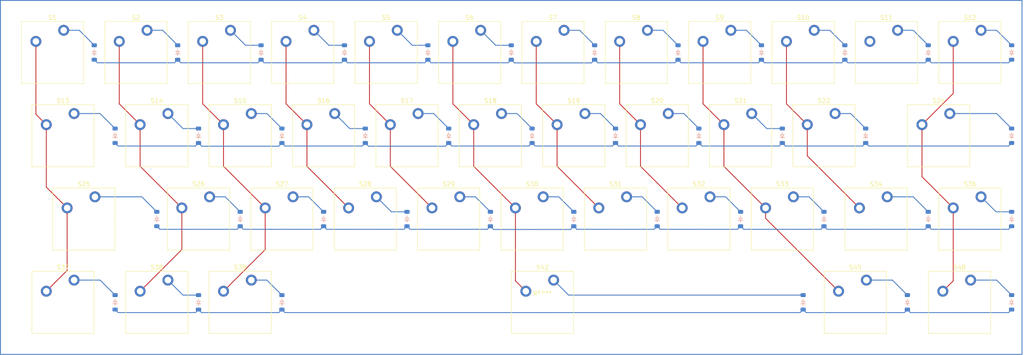
<source format=kicad_pcb>
(kicad_pcb (version 20241229) (generator "pcbnew") (generator_version "9.0")
  (layers (0 "F.Cu" signal) (2 "B.Cu" signal) (13 "F.Paste" user) (15 "B.Paste" user) (5 "F.SilkS" user "F.Silkscreen") (7 "B.SilkS" user "B.Silkscreen") (1 "F.Mask" user) (3 "B.Mask" user) (25 "Edge.Cuts" user))
  (net 0 "")
  (net 1 "Net-(D1-K)")
  (net 2 "Net-(D1-A)")
  (net 3 "Net-(D2-A)")
  (net 4 "Net-(D3-A)")
  (net 5 "Net-(D4-A)")
  (net 6 "Net-(D5-A)")
  (net 7 "Net-(D6-A)")
  (net 8 "Net-(D7-A)")
  (net 9 "Net-(D8-A)")
  (net 10 "Net-(D9-A)")
  (net 11 "Net-(D10-A)")
  (net 12 "Net-(D11-A)")
  (net 13 "Net-(D12-A)")
  (net 14 "Net-(D13-K)")
  (net 15 "Net-(D13-A)")
  (net 16 "Net-(D14-A)")
  (net 17 "Net-(D15-A)")
  (net 18 "Net-(D16-A)")
  (net 19 "Net-(D17-A)")
  (net 20 "Net-(D18-A)")
  (net 21 "Net-(D19-A)")
  (net 22 "Net-(D20-A)")
  (net 23 "Net-(D21-A)")
  (net 24 "Net-(D22-A)")
  (net 25 "Net-(D24-A)")
  (net 26 "Net-(D25-A)")
  (net 27 "Net-(D25-K)")
  (net 28 "Net-(D26-A)")
  (net 29 "Net-(D27-A)")
  (net 30 "Net-(D28-A)")
  (net 31 "Net-(D29-A)")
  (net 32 "Net-(D30-A)")
  (net 33 "Net-(D31-A)")
  (net 34 "Net-(D32-A)")
  (net 35 "Net-(D33-A)")
  (net 36 "Net-(D34-A)")
  (net 37 "Net-(D36-A)")
  (net 38 "Net-(D37-K)")
  (net 39 "Net-(D37-A)")
  (net 40 "Net-(D38-A)")
  (net 41 "Net-(D39-A)")
  (net 42 "Net-(D42-A)")
  (net 43 "Net-(D45-A)")
  (net 44 "Net-(D48-A)")
  (net 45 "Net-(S1-Pad1)")
  (net 46 "Net-(S14-Pad1)")
  (net 47 "Net-(S15-Pad1)")
  (net 48 "Net-(S16-Pad1)")
  (net 49 "Net-(S17-Pad1)")
  (net 50 "Net-(S18-Pad1)")
  (net 51 "Net-(S19-Pad1)")
  (net 52 "Net-(S20-Pad1)")
  (net 53 "Net-(S21-Pad1)")
  (net 54 "Net-(S10-Pad1)")
  (net 56 "Net-(S12-Pad1)")
  (footprint "ScottoKeebs_MX:MX_PCB_1.00u" (layer "F.Cu") (at 102.39375 57.15)
    (property "Reference" "S4")
    (property "Value" "Keyswitch")
  )
  (footprint "ScottoKeebs_MX:MX_PCB_1.25u" (layer "F.Cu") (at 47.625 114.3)
    (property "Reference" "S37")
    (property "Value" "Keyswitch")
  )
  (footprint "ScottoKeebs_MX:MX_PCB_1.00u" (layer "F.Cu") (at 178.59375 57.15)
    (property "Reference" "S8")
    (property "Value" "Keyswitch")
  )
  (footprint "ScottoKeebs_MX:MX_PCB_1.00u" (layer "F.Cu") (at 254.79375 95.25)
    (property "Reference" "S36")
    (property "Value" "Keyswitch")
  )
  (footprint "ScottoKeebs_MX:MX_PCB_1.00u" (layer "F.Cu") (at 154.78125 95.25)
    (property "Reference" "S30")
    (property "Value" "Keyswitch")
  )
  (footprint "ScottoKeebs_MX:MX_PCB_1.00u" (layer "F.Cu") (at 83.34375 57.15)
    (property "Reference" "S3")
    (property "Value" "Keyswitch")
  )
  (footprint "ScottoKeebs_MX:MX_PCB_1.75u" (layer "F.Cu") (at 247.65 76.2)
    (property "Reference" "S24")
    (property "Value" "Keyswitch")
  )
  (footprint "ScottoKeebs_MX:MX_PCB_1.25u" (layer "F.Cu") (at 228.6 114.3)
    (property "Reference" "S45")
    (property "Value" "Keyswitch")
  )
  (footprint "ScottoKeebs_MX:MX_PCB_1.25u" (layer "F.Cu") (at 47.625 76.2)
    (property "Reference" "S13")
    (property "Value" "Keyswitch")
  )
  (footprint "ScottoKeebs_MX:MX_PCB_6.25u" (layer "F.Cu") (at 157.1625 114.3)
    (property "Reference" "S42")
    (property "Value" "Keyswitch")
  )
  (footprint "ScottoKeebs_MX:MX_PCB_1.00u" (layer "F.Cu") (at 69.05625 114.3)
    (property "Reference" "S38")
    (property "Value" "Keyswitch")
  )
  (footprint "ScottoKeebs_MX:MX_PCB_1.00u" (layer "F.Cu") (at 235.74375 57.15)
    (property "Reference" "S11")
    (property "Value" "Keyswitch")
  )
  (footprint "ScottoKeebs_MX:MX_PCB_1.25u" (layer "F.Cu") (at 233.3625 95.25)
    (property "Reference" "S34")
    (property "Value" "Keyswitch")
  )
  (footprint "ScottoKeebs_MX:MX_PCB_1.00u" (layer "F.Cu") (at 221.45625 76.2)
    (property "Reference" "S22")
    (property "Value" "Keyswitch")
  )
  (footprint "ScottoKeebs_MX:MX_PCB_1.00u" (layer "F.Cu") (at 116.68125 95.25)
    (property "Reference" "S28")
    (property "Value" "Keyswitch")
  )
  (footprint "ScottoKeebs_MX:MX_PCB_1.00u" (layer "F.Cu") (at 69.05625 76.2)
    (property "Reference" "S14")
    (property "Value" "Keyswitch")
  )
  (footprint "ScottoKeebs_MX:MX_PCB_1.00u" (layer "F.Cu") (at 97.63125 95.25)
    (property "Reference" "S27")
    (property "Value" "Keyswitch")
  )
  (footprint "ScottoKeebs_MX:MX_PCB_1.00u" (layer "F.Cu") (at 107.15625 76.2)
    (property "Reference" "S16")
    (property "Value" "Keyswitch")
  )
  (footprint "ScottoKeebs_MX:MX_PCB_1.00u" (layer "F.Cu") (at 254.79375 57.15)
    (property "Reference" "S12")
    (property "Value" "Keyswitch")
  )
  (footprint "ScottoKeebs_MX:MX_PCB_1.00u" (layer "F.Cu") (at 202.40625 76.2)
    (property "Reference" "S21")
    (property "Value" "Keyswitch")
  )
  (footprint "ScottoKeebs_MX:MX_PCB_1.00u" (layer "F.Cu") (at 88.10625 76.2)
    (property "Reference" "S15")
    (property "Value" "Keyswitch")
  )
  (footprint "ScottoKeebs_MX:MX_PCB_1.00u" (layer "F.Cu") (at 183.35625 76.2)
    (property "Reference" "S20")
    (property "Value" "Keyswitch")
  )
  (footprint "ScottoKeebs_MX:MX_PCB_1.00u" (layer "F.Cu") (at 197.64375 57.15)
    (property "Reference" "S9")
    (property "Value" "Keyswitch")
  )
  (footprint "ScottoKeebs_MX:MX_PCB_1.00u" (layer "F.Cu") (at 192.88125 95.25)
    (property "Reference" "S32")
    (property "Value" "Keyswitch")
  )
  (footprint "ScottoKeebs_MX:MX_PCB_1.00u" (layer "F.Cu") (at 211.93125 95.25)
    (property "Reference" "S33")
    (property "Value" "Keyswitch")
  )
  (footprint "ScottoKeebs_MX:MX_PCB_1.00u" (layer "F.Cu") (at 45.24375 57.15)
    (property "Reference" "S1")
    (property "Value" "Keyswitch")
  )
  (footprint "ScottoKeebs_MX:MX_PCB_1.00u" (layer "F.Cu") (at 173.83125 95.25)
    (property "Reference" "S31")
    (property "Value" "Keyswitch")
  )
  (footprint "ScottoKeebs_MX:MX_PCB_1.00u" (layer "F.Cu") (at 88.10625 114.3)
    (property "Reference" "S39")
    (property "Value" "Keyswitch")
  )
  (footprint "ScottoKeebs_MX:MX_PCB_1.25u" (layer "F.Cu") (at 252.4125 114.3)
    (property "Reference" "S48")
    (property "Value" "Keyswitch")
  )
  (footprint "ScottoKeebs_MX:MX_PCB_1.00u" (layer "F.Cu") (at 164.30625 76.2)
    (property "Reference" "S19")
    (property "Value" "Keyswitch")
  )
  (footprint "ScottoKeebs_MX:MX_PCB_1.00u" (layer "F.Cu") (at 159.54375 57.15)
    (property "Reference" "S7")
    (property "Value" "Keyswitch")
  )
  (footprint "ScottoKeebs_Stabilizer:Stabilizer_MX_6.25u" (layer "F.Cu") (at 157.1625 114.3)
    (property "Reference" "REF**")
    (property "Value" "Stabilizer_MX_6.25u")
  )
  (footprint "ScottoKeebs_MX:MX_PCB_1.00u" (layer "F.Cu") (at 64.29375 57.15)
    (property "Reference" "S2")
    (property "Value" "Keyswitch")
  )
  (footprint "ScottoKeebs_MX:MX_PCB_1.00u" (layer "F.Cu") (at 145.25625 76.2)
    (property "Reference" "S18")
    (property "Value" "Keyswitch")
  )
  (footprint "ScottoKeebs_MX:MX_PCB_1.00u" (layer "F.Cu") (at 216.69375 57.15)
    (property "Reference" "S10")
    (property "Value" "Keyswitch")
  )
  (footprint "ScottoKeebs_MX:MX_PCB_1.00u" (layer "F.Cu") (at 78.58125 95.25)
    (property "Reference" "S26")
    (property "Value" "Keyswitch")
  )
  (footprint "ScottoKeebs_MX:MX_PCB_1.00u" (layer "F.Cu") (at 140.49375 57.15)
    (property "Reference" "S6")
    (property "Value" "Keyswitch")
  )
  (footprint "ScottoKeebs_MX:MX_PCB_1.00u" (layer "F.Cu") (at 126.20625 76.2)
    (property "Reference" "S17")
    (property "Value" "Keyswitch")
  )
  (footprint "ScottoKeebs_MX:MX_PCB_1.75u" (layer "F.Cu") (at 52.3875 95.25)
    (property "Reference" "S25")
    (property "Value" "Keyswitch")
  )
  (footprint "ScottoKeebs_MX:MX_PCB_1.00u" (layer "F.Cu") (at 121.44375 57.15)
    (property "Reference" "S5")
    (property "Value" "Keyswitch")
  )
  (footprint "ScottoKeebs_MX:MX_PCB_1.00u" (layer "F.Cu") (at 135.73125 95.25)
    (property "Reference" "S29")
    (property "Value" "Keyswitch")
  )
  (footprint "ScottoKeebs_Components:Diode_SOD-123" (layer "B.Cu") (at 173.83125 76.2 90)
    (property "Reference" "D19" (hide yes))
    (property "Value" "Diode")
  )
  (footprint "ScottoKeebs_Components:Diode_SOD-123" (layer "B.Cu") (at 264.31875 114.3 90)
    (property "Reference" "D48" (hide yes))
    (property "Value" "Diode")
  )
  (footprint "ScottoKeebs_Components:Diode_SOD-123" (layer "B.Cu") (at 59.53125 114.3 90)
    (property "Reference" "D37" (hide yes))
    (property "Value" "Diode")
  )
  (footprint "ScottoKeebs_Components:Diode_SOD-123" (layer "B.Cu") (at 145.25625 95.25 90)
    (property "Reference" "D29" (hide yes))
    (property "Value" "Diode")
  )
  (footprint "ScottoKeebs_Components:Diode_SOD-123" (layer "B.Cu") (at 211.93125 76.2 90)
    (property "Reference" "D21" (hide yes))
    (property "Value" "Diode")
  )
  (footprint "ScottoKeebs_Components:Diode_SOD-123" (layer "B.Cu") (at 54.76875 57.15 90)
    (property "Reference" "D1" (hide yes))
    (property "Value" "Diode")
  )
  (footprint "ScottoKeebs_Components:Diode_SOD-123" (layer "B.Cu") (at 107.15625 95.25 90)
    (property "Reference" "D27" (hide yes))
    (property "Value" "Diode")
  )
  (footprint "ScottoKeebs_Components:Diode_SOD-123" (layer "B.Cu") (at 78.58125 76.2 90)
    (property "Reference" "D14" (hide yes))
    (property "Value" "Diode")
  )
  (footprint "ScottoKeebs_Components:Diode_SOD-123" (layer "B.Cu") (at 92.86875 57.15 90)
    (property "Reference" "D3" (hide yes))
    (property "Value" "Diode")
  )
  (footprint "ScottoKeebs_Components:Diode_SOD-123" (layer "B.Cu") (at 111.91875 57.15 90)
    (property "Reference" "D4" (hide yes))
    (property "Value" "Diode")
  )
  (footprint "ScottoKeebs_Components:Diode_SOD-123" (layer "B.Cu") (at 126.20625 95.25 90)
    (property "Reference" "D28" (hide yes))
    (property "Value" "Diode")
  )
  (footprint "ScottoKeebs_Components:Diode_SOD-123" (layer "B.Cu") (at 216.69375 114.3 90)
    (property "Reference" "D42" (hide yes))
    (property "Value" "Diode")
  )
  (footprint "ScottoKeebs_Components:Diode_SOD-123" (layer "B.Cu") (at 264.31875 95.25 90)
    (property "Reference" "D36" (hide yes))
    (property "Value" "Diode")
  )
  (footprint "ScottoKeebs_Components:Diode_SOD-123" (layer "B.Cu") (at 59.53125 76.2 90)
    (property "Reference" "D13" (hide yes))
    (property "Value" "Diode")
  )
  (footprint "ScottoKeebs_Components:Diode_SOD-123" (layer "B.Cu") (at 183.35625 95.25 90)
    (property "Reference" "D31" (hide yes))
    (property "Value" "Diode")
  )
  (footprint "ScottoKeebs_Components:Diode_SOD-123" (layer "B.Cu") (at 230.98125 76.2 90)
    (property "Reference" "D22" (hide yes))
    (property "Value" "Diode")
  )
  (footprint "ScottoKeebs_Components:Diode_SOD-123" (layer "B.Cu") (at 221.45625 95.25 90)
    (property "Reference" "D33" (hide yes))
    (property "Value" "Diode")
  )
  (footprint "ScottoKeebs_Components:Diode_SOD-123" (layer "B.Cu") (at 264.31875 57.15 90)
    (property "Reference" "D12" (hide yes))
    (property "Value" "Diode")
  )
  (footprint "ScottoKeebs_Components:Diode_SOD-123" (layer "B.Cu") (at 207.16875 57.15 90)
    (property "Reference" "D9" (hide yes))
    (property "Value" "Diode")
  )
  (footprint "ScottoKeebs_Components:Diode_SOD-123" (layer "B.Cu") (at 240.50625 114.3 90)
    (property "Reference" "D45" (hide yes))
    (property "Value" "Diode")
  )
  (footprint "ScottoKeebs_Components:Diode_SOD-123" (layer "B.Cu") (at 154.78125 76.2 90)
    (property "Reference" "D18" (hide yes))
    (property "Value" "Diode")
  )
  (footprint "ScottoKeebs_Components:Diode_SOD-123" (layer "B.Cu") (at 78.58125 114.3 90)
    (property "Reference" "D38" (hide yes))
    (property "Value" "Diode")
  )
  (footprint "ScottoKeebs_Components:Diode_SOD-123" (layer "B.Cu") (at 169.06875 57.15 90)
    (property "Reference" "D7" (hide yes))
    (property "Value" "Diode")
  )
  (footprint "ScottoKeebs_Components:Diode_SOD-123" (layer "B.Cu") (at 97.63125 76.2 90)
    (property "Reference" "D15" (hide yes))
    (property "Value" "Diode")
  )
  (footprint "ScottoKeebs_Components:Diode_SOD-123" (layer "B.Cu") (at 202.40625 95.25 90)
    (property "Reference" "D32" (hide yes))
    (property "Value" "Diode")
  )
  (footprint "ScottoKeebs_Components:Diode_SOD-123" (layer "B.Cu") (at 73.81875 57.15 90)
    (property "Reference" "D2" (hide yes))
    (property "Value" "Diode")
  )
  (footprint "ScottoKeebs_Components:Diode_SOD-123" (layer "B.Cu") (at 245.26875 95.25 90)
    (property "Reference" "D34" (hide yes))
    (property "Value" "Diode")
  )
  (footprint "ScottoKeebs_Components:Diode_SOD-123" (layer "B.Cu") (at 188.11875 57.15 90)
    (property "Reference" "D8" (hide yes))
    (property "Value" "Diode")
  )
  (footprint "ScottoKeebs_Components:Diode_SOD-123" (layer "B.Cu") (at 245.26875 57.15 90)
    (property "Reference" "D11" (hide yes))
    (property "Value" "Diode")
  )
  (footprint "ScottoKeebs_Components:Diode_SOD-123" (layer "B.Cu") (at 226.21875 57.15 90)
    (property "Reference" "D10" (hide yes))
    (property "Value" "Diode")
  )
  (footprint "ScottoKeebs_Components:Diode_SOD-123" (layer "B.Cu") (at 150.01875 57.15 90)
    (property "Reference" "D6" (hide yes))
    (property "Value" "Diode")
  )
  (footprint "ScottoKeebs_Components:Diode_SOD-123" (layer "B.Cu") (at 97.63125 114.3 90)
    (property "Reference" "D39" (hide yes))
    (property "Value" "Diode")
  )
  (footprint "ScottoKeebs_Components:Diode_SOD-123" (layer "B.Cu") (at 69.05625 95.25 90)
    (property "Reference" "D25" (hide yes))
    (property "Value" "Diode")
  )
  (footprint "ScottoKeebs_Components:Diode_SOD-123" (layer "B.Cu") (at 164.30625 95.25 90)
    (property "Reference" "D30" (hide yes))
    (property "Value" "Diode")
  )
  (footprint "ScottoKeebs_Components:Diode_SOD-123" (layer "B.Cu") (at 135.73125 76.2 90)
    (property "Reference" "D17" (hide yes))
    (property "Value" "Diode")
  )
  (footprint "ScottoKeebs_Components:Diode_SOD-123" (layer "B.Cu") (at 130.96875 57.15 90)
    (property "Reference" "D5" (hide yes))
    (property "Value" "Diode")
  )
  (footprint "ScottoKeebs_Components:Diode_SOD-123" (layer "B.Cu") (at 264.31875 76.2 90)
    (property "Reference" "D24" (hide yes))
    (property "Value" "Diode")
  )
  (footprint "ScottoKeebs_Components:Diode_SOD-123" (layer "B.Cu") (at 192.88125 76.2 90)
    (property "Reference" "D20" (hide yes))
    (property "Value" "Diode")
  )
  (footprint "ScottoKeebs_Components:Diode_SOD-123" (layer "B.Cu") (at 88.10625 95.25 90)
    (property "Reference" "D26" (hide yes))
    (property "Value" "Diode")
  )
  (footprint "ScottoKeebs_Components:Diode_SOD-123" (layer "B.Cu") (at 116.68125 76.2 90)
    (property "Reference" "D16" (hide yes))
    (property "Value" "Diode")
  )
  (gr_rect (start 33.3375 45.24375) (end 266.7 126.20625) (stroke (width 0.2)) (fill no) (layer "B.Cu"))
  (segment (start 187.41775 59.501) (end 188.11875 58.8) (width 0.2) (layer "B.Cu") (net 1))
  (segment (start 226.21875 58.8) (end 226.91975 59.501) (width 0.2) (layer "B.Cu") (net 1))
  (segment (start 130.96875 58.8) (end 131.66975 59.501) (width 0.2) (layer "B.Cu") (net 1))
  (segment (start 111.21775 59.501) (end 111.91875 58.8) (width 0.2) (layer "B.Cu") (net 1))
  (segment (start 263.61775 59.501) (end 264.31875 58.8) (width 0.2) (layer "B.Cu") (net 1))
  (segment (start 168.3375 59.53125) (end 169.06875 58.8) (width 0.2) (layer "B.Cu") (net 1))
  (segment (start 169.06875 58.8) (end 169.76975 59.501) (width 0.2) (layer "B.Cu") (net 1))
  (segment (start 225.51775 59.501) (end 226.21875 58.8) (width 0.2) (layer "B.Cu") (net 1))
  (segment (start 130.26775 59.501) (end 130.96875 58.8) (width 0.2) (layer "B.Cu") (net 1))
  (segment (start 150.75 59.53125) (end 168.3375 59.53125) (width 0.2) (layer "B.Cu") (net 1))
  (segment (start 92.16775 59.501) (end 92.86875 58.8) (width 0.2) (layer "B.Cu") (net 1))
  (segment (start 245.26875 58.8) (end 245.96975 59.501) (width 0.2) (layer "B.Cu") (net 1))
  (segment (start 188.11875 58.8) (end 188.81975 59.501) (width 0.2) (layer "B.Cu") (net 1))
  (segment (start 73.11775 59.501) (end 73.81875 58.8) (width 0.2) (layer "B.Cu") (net 1))
  (segment (start 169.76975 59.501) (end 187.41775 59.501) (width 0.2) (layer "B.Cu") (net 1))
  (segment (start 92.86875 58.8) (end 93.56975 59.501) (width 0.2) (layer "B.Cu") (net 1))
  (segment (start 188.81975 59.501) (end 206.46775 59.501) (width 0.2) (layer "B.Cu") (net 1))
  (segment (start 131.66975 59.501) (end 149.31775 59.501) (width 0.2) (layer "B.Cu") (net 1))
  (segment (start 111.91875 58.8) (end 112.61975 59.501) (width 0.2) (layer "B.Cu") (net 1))
  (segment (start 150.01875 58.8) (end 150.75 59.53125) (width 0.2) (layer "B.Cu") (net 1))
  (segment (start 207.16875 58.8) (end 207.86975 59.501) (width 0.2) (layer "B.Cu") (net 1))
  (segment (start 73.81875 58.8) (end 74.51975 59.501) (width 0.2) (layer "B.Cu") (net 1))
  (segment (start 149.31775 59.501) (end 150.01875 58.8) (width 0.2) (layer "B.Cu") (net 1))
  (segment (start 55.46975 59.501) (end 73.11775 59.501) (width 0.2) (layer "B.Cu") (net 1))
  (segment (start 244.56775 59.501) (end 245.26875 58.8) (width 0.2) (layer "B.Cu") (net 1))
  (segment (start 206.46775 59.501) (end 207.16875 58.8) (width 0.2) (layer "B.Cu") (net 1))
  (segment (start 74.51975 59.501) (end 92.16775 59.501) (width 0.2) (layer "B.Cu") (net 1))
  (segment (start 93.56975 59.501) (end 111.21775 59.501) (width 0.2) (layer "B.Cu") (net 1))
  (segment (start 207.86975 59.501) (end 225.51775 59.501) (width 0.2) (layer "B.Cu") (net 1))
  (segment (start 54.76875 58.8) (end 55.46975 59.501) (width 0.2) (layer "B.Cu") (net 1))
  (segment (start 226.91975 59.501) (end 244.56775 59.501) (width 0.2) (layer "B.Cu") (net 1))
  (segment (start 245.96975 59.501) (end 263.61775 59.501) (width 0.2) (layer "B.Cu") (net 1))
  (segment (start 112.61975 59.501) (end 130.26775 59.501) (width 0.2) (layer "B.Cu") (net 1))
  (segment (start 51.33875 52.07) (end 54.76875 55.5) (width 0.2) (layer "B.Cu") (net 2))
  (segment (start 47.78375 52.07) (end 51.33875 52.07) (width 0.2) (layer "B.Cu") (net 2))
  (segment (start 70.38875 52.07) (end 73.81875 55.5) (width 0.2) (layer "B.Cu") (net 3))
  (segment (start 66.83375 52.07) (end 70.38875 52.07) (width 0.2) (layer "B.Cu") (net 3))
  (segment (start 85.88375 52.07) (end 89.31375 55.5) (width 0.2) (layer "B.Cu") (net 4))
  (segment (start 89.31375 55.5) (end 92.86875 55.5) (width 0.2) (layer "B.Cu") (net 4))
  (segment (start 108.36375 55.5) (end 111.91875 55.5) (width 0.2) (layer "B.Cu") (net 5))
  (segment (start 104.93375 52.07) (end 108.36375 55.5) (width 0.2) (layer "B.Cu") (net 5))
  (segment (start 123.98375 52.07) (end 127.41375 55.5) (width 0.2) (layer "B.Cu") (net 6))
  (segment (start 127.41375 55.5) (end 130.96875 55.5) (width 0.2) (layer "B.Cu") (net 6))
  (segment (start 146.46375 55.5) (end 150.01875 55.5) (width 0.2) (layer "B.Cu") (net 7))
  (segment (start 143.03375 52.07) (end 146.46375 55.5) (width 0.2) (layer "B.Cu") (net 7))
  (segment (start 162.08375 52.07) (end 165.63875 52.07) (width 0.2) (layer "B.Cu") (net 8))
  (segment (start 165.63875 52.07) (end 169.06875 55.5) (width 0.2) (layer "B.Cu") (net 8))
  (segment (start 181.13375 52.07) (end 184.68875 52.07) (width 0.2) (layer "B.Cu") (net 9))
  (segment (start 184.68875 52.07) (end 188.11875 55.5) (width 0.2) (layer "B.Cu") (net 9))
  (segment (start 203.73875 52.07) (end 207.16875 55.5) (width 0.2) (layer "B.Cu") (net 10))
  (segment (start 200.18375 52.07) (end 203.73875 52.07) (width 0.2) (layer "B.Cu") (net 10))
  (segment (start 222.78875 52.07) (end 226.21875 55.5) (width 0.2) (layer "B.Cu") (net 11))
  (segment (start 219.23375 52.07) (end 222.78875 52.07) (width 0.2) (layer "B.Cu") (net 11))
  (segment (start 238.28375 52.07) (end 241.83875 52.07) (width 0.2) (layer "B.Cu") (net 12))
  (segment (start 241.83875 52.07) (end 245.26875 55.5) (width 0.2) (layer "B.Cu") (net 12))
  (segment (start 257.33375 52.07) (end 260.88875 52.07) (width 0.2) (layer "B.Cu") (net 13))
  (segment (start 260.88875 52.07) (end 264.31875 55.5) (width 0.2) (layer "B.Cu") (net 13))
  (segment (start 230.98125 77.85) (end 231.68225 78.551) (width 0.2) (layer "B.Cu") (net 14))
  (segment (start 155.48225 78.551) (end 173.13025 78.551) (width 0.2) (layer "B.Cu") (net 14))
  (segment (start 135.73125 77.85) (end 136.43225 78.551) (width 0.2) (layer "B.Cu") (net 14))
  (segment (start 135 78.58125) (end 135.73125 77.85) (width 0.2) (layer "B.Cu") (net 14))
  (segment (start 117.4125 78.58125) (end 135 78.58125) (width 0.2) (layer "B.Cu") (net 14))
  (segment (start 154.08025 78.551) (end 154.78125 77.85) (width 0.2) (layer "B.Cu") (net 14))
  (segment (start 79.3125 78.58125) (end 96.9 78.58125) (width 0.2) (layer "B.Cu") (net 14))
  (segment (start 211.93125 77.85) (end 212.63225 78.551) (width 0.2) (layer "B.Cu") (net 14))
  (segment (start 60.23225 78.551) (end 77.88025 78.551) (width 0.2) (layer "B.Cu") (net 14))
  (segment (start 173.13025 78.551) (end 173.83125 77.85) (width 0.2) (layer "B.Cu") (net 14))
  (segment (start 59.53125 77.85) (end 60.23225 78.551) (width 0.2) (layer "B.Cu") (net 14))
  (segment (start 173.83125 77.85) (end 174.53225 78.551) (width 0.2) (layer "B.Cu") (net 14))
  (segment (start 212.63225 78.551) (end 230.28025 78.551) (width 0.2) (layer "B.Cu") (net 14))
  (segment (start 230.28025 78.551) (end 230.98125 77.85) (width 0.2) (layer "B.Cu") (net 14))
  (segment (start 96.9 78.58125) (end 97.63125 77.85) (width 0.2) (layer "B.Cu") (net 14))
  (segment (start 211.23025 78.551) (end 211.93125 77.85) (width 0.2) (layer "B.Cu") (net 14))
  (segment (start 78.58125 77.85) (end 79.3125 78.58125) (width 0.2) (layer "B.Cu") (net 14))
  (segment (start 231.68225 78.551) (end 263.61775 78.551) (width 0.2) (layer "B.Cu") (net 14))
  (segment (start 97.63125 77.85) (end 98.33225 78.551) (width 0.2) (layer "B.Cu") (net 14))
  (segment (start 154.78125 77.85) (end 155.48225 78.551) (width 0.2) (layer "B.Cu") (net 14))
  (segment (start 115.98025 78.551) (end 116.68125 77.85) (width 0.2) (layer "B.Cu") (net 14))
  (segment (start 116.68125 77.85) (end 117.4125 78.58125) (width 0.2) (layer "B.Cu") (net 14))
  (segment (start 193.58225 78.551) (end 211.23025 78.551) (width 0.2) (layer "B.Cu") (net 14))
  (segment (start 263.61775 78.551) (end 264.31875 77.85) (width 0.2) (layer "B.Cu") (net 14))
  (segment (start 77.88025 78.551) (end 78.58125 77.85) (width 0.2) (layer "B.Cu") (net 14))
  (segment (start 98.33225 78.551) (end 115.98025 78.551) (width 0.2) (layer "B.Cu") (net 14))
  (segment (start 174.53225 78.551) (end 192.18025 78.551) (width 0.2) (layer "B.Cu") (net 14))
  (segment (start 136.43225 78.551) (end 154.08025 78.551) (width 0.2) (layer "B.Cu") (net 14))
  (segment (start 192.18025 78.551) (end 192.88125 77.85) (width 0.2) (layer "B.Cu") (net 14))
  (segment (start 192.88125 77.85) (end 193.58225 78.551) (width 0.2) (layer "B.Cu") (net 14))
  (segment (start 56.10125 71.12) (end 59.53125 74.55) (width 0.2) (layer "B.Cu") (net 15))
  (segment (start 50.165 71.12) (end 56.10125 71.12) (width 0.2) (layer "B.Cu") (net 15))
  (segment (start 71.59625 71.12) (end 75.02625 74.55) (width 0.2) (layer "B.Cu") (net 16))
  (segment (start 75.02625 74.55) (end 78.58125 74.55) (width 0.2) (layer "B.Cu") (net 16))
  (segment (start 94.20125 71.12) (end 97.63125 74.55) (width 0.2) (layer "B.Cu") (net 17))
  (segment (start 90.64625 71.12) (end 94.20125 71.12) (width 0.2) (layer "B.Cu") (net 17))
  (segment (start 113.12625 74.55) (end 116.68125 74.55) (width 0.2) (layer "B.Cu") (net 18))
  (segment (start 109.69625 71.12) (end 113.12625 74.55) (width 0.2) (layer "B.Cu") (net 18))
  (segment (start 128.74625 71.12) (end 132.30125 71.12) (width 0.2) (layer "B.Cu") (net 19))
  (segment (start 132.30125 71.12) (end 135.73125 74.55) (width 0.2) (layer "B.Cu") (net 19))
  (segment (start 147.79625 71.12) (end 151.35125 71.12) (width 0.2) (layer "B.Cu") (net 20))
  (segment (start 151.35125 71.12) (end 154.78125 74.55) (width 0.2) (layer "B.Cu") (net 20))
  (segment (start 170.40125 71.12) (end 173.83125 74.55) (width 0.2) (layer "B.Cu") (net 21))
  (segment (start 166.84625 71.12) (end 170.40125 71.12) (width 0.2) (layer "B.Cu") (net 21))
  (segment (start 189.45125 71.12) (end 192.88125 74.55) (width 0.2) (layer "B.Cu") (net 22))
  (segment (start 185.89625 71.12) (end 189.45125 71.12) (width 0.2) (layer "B.Cu") (net 22))
  (segment (start 204.94625 71.12) (end 208.37625 74.55) (width 0.2) (layer "B.Cu") (net 23))
  (segment (start 208.37625 74.55) (end 211.93125 74.55) (width 0.2) (layer "B.Cu") (net 23))
  (segment (start 227.55125 71.12) (end 230.98125 74.55) (width 0.2) (layer "B.Cu") (net 24))
  (segment (start 223.99625 71.12) (end 227.55125 71.12) (width 0.2) (layer "B.Cu") (net 24))
  (segment (start 250.19 71.12) (end 260.88875 71.12) (width 0.2) (layer "B.Cu") (net 25))
  (segment (start 260.88875 71.12) (end 264.31875 74.55) (width 0.2) (layer "B.Cu") (net 25))
  (segment (start 65.62625 90.17) (end 69.05625 93.6) (width 0.2) (layer "B.Cu") (net 26))
  (segment (start 54.9275 90.17) (end 65.62625 90.17) (width 0.2) (layer "B.Cu") (net 26))
  (segment (start 221.45625 96.9) (end 220.75525 97.601) (width 0.2) (layer "B.Cu") (net 27))
  (segment (start 203.10725 97.601) (end 202.40625 96.9) (width 0.2) (layer "B.Cu") (net 27))
  (segment (start 220.75525 97.601) (end 203.10725 97.601) (width 0.2) (layer "B.Cu") (net 27))
  (segment (start 201.70525 97.601) (end 184.05725 97.601) (width 0.2) (layer "B.Cu") (net 27))
  (segment (start 145.9875 97.63125) (end 145.25625 96.9) (width 0.2) (layer "B.Cu") (net 27))
  (segment (start 88.80725 97.601) (end 88.10625 96.9) (width 0.2) (layer "B.Cu") (net 27))
  (segment (start 184.05725 97.601) (end 183.35625 96.9) (width 0.2) (layer "B.Cu") (net 27))
  (segment (start 145.25625 96.9) (end 144.55525 97.601) (width 0.2) (layer "B.Cu") (net 27))
  (segment (start 163.575 97.63125) (end 145.9875 97.63125) (width 0.2) (layer "B.Cu") (net 27))
  (segment (start 245.26875 96.9) (end 244.56775 97.601) (width 0.2) (layer "B.Cu") (net 27))
  (segment (start 222.15725 97.601) (end 221.45625 96.9) (width 0.2) (layer "B.Cu") (net 27))
  (segment (start 126.20625 96.9) (end 125.50525 97.601) (width 0.2) (layer "B.Cu") (net 27))
  (segment (start 69.75725 97.601) (end 69.05625 96.9) (width 0.2) (layer "B.Cu") (net 27))
  (segment (start 107.85725 97.601) (end 107.15625 96.9) (width 0.2) (layer "B.Cu") (net 27))
  (segment (start 183.35625 96.9) (end 182.65525 97.601) (width 0.2) (layer "B.Cu") (net 27))
  (segment (start 125.50525 97.601) (end 107.85725 97.601) (width 0.2) (layer "B.Cu") (net 27))
  (segment (start 164.30625 96.9) (end 163.575 97.63125) (width 0.2) (layer "B.Cu") (net 27))
  (segment (start 264.31875 96.9) (end 263.61775 97.601) (width 0.2) (layer "B.Cu") (net 27))
  (segment (start 245.96975 97.601) (end 245.26875 96.9) (width 0.2) (layer "B.Cu") (net 27))
  (segment (start 244.56775 97.601) (end 222.15725 97.601) (width 0.2) (layer "B.Cu") (net 27))
  (segment (start 144.55525 97.601) (end 126.90725 97.601) (width 0.2) (layer "B.Cu") (net 27))
  (segment (start 106.45525 97.601) (end 88.80725 97.601) (width 0.2) (layer "B.Cu") (net 27))
  (segment (start 202.40625 96.9) (end 201.70525 97.601) (width 0.2) (layer "B.Cu") (net 27))
  (segment (start 87.40525 97.601) (end 69.75725 97.601) (width 0.2) (layer "B.Cu") (net 27))
  (segment (start 165.00725 97.601) (end 164.30625 96.9) (width 0.2) (layer "B.Cu") (net 27))
  (segment (start 88.10625 96.9) (end 87.40525 97.601) (width 0.2) (layer "B.Cu") (net 27))
  (segment (start 182.65525 97.601) (end 165.00725 97.601) (width 0.2) (layer "B.Cu") (net 27))
  (segment (start 263.61775 97.601) (end 245.96975 97.601) (width 0.2) (layer "B.Cu") (net 27))
  (segment (start 107.15625 96.9) (end 106.45525 97.601) (width 0.2) (layer "B.Cu") (net 27))
  (segment (start 126.90725 97.601) (end 126.20625 96.9) (width 0.2) (layer "B.Cu") (net 27))
  (segment (start 81.12125 90.17) (end 84.67625 90.17) (width 0.2) (layer "B.Cu") (net 28))
  (segment (start 84.67625 90.17) (end 88.10625 93.6) (width 0.2) (layer "B.Cu") (net 28))
  (segment (start 103.72625 90.17) (end 107.15625 93.6) (width 0.2) (layer "B.Cu") (net 29))
  (segment (start 100.17125 90.17) (end 103.72625 90.17) (width 0.2) (layer "B.Cu") (net 29))
  (segment (start 122.65125 93.6) (end 126.20625 93.6) (width 0.2) (layer "B.Cu") (net 30))
  (segment (start 119.22125 90.17) (end 122.65125 93.6) (width 0.2) (layer "B.Cu") (net 30))
  (segment (start 141.82625 90.17) (end 145.25625 93.6) (width 0.2) (layer "B.Cu") (net 31))
  (segment (start 138.27125 90.17) (end 141.82625 90.17) (width 0.2) (layer "B.Cu") (net 31))
  (segment (start 160.87625 90.17) (end 164.30625 93.6) (width 0.2) (layer "B.Cu") (net 32))
  (segment (start 157.32125 90.17) (end 160.87625 90.17) (width 0.2) (layer "B.Cu") (net 32))
  (segment (start 179.92625 90.17) (end 183.35625 93.6) (width 0.2) (layer "B.Cu") (net 33))
  (segment (start 176.37125 90.17) (end 179.92625 90.17) (width 0.2) (layer "B.Cu") (net 33))
  (segment (start 198.97625 90.17) (end 202.40625 93.6) (width 0.2) (layer "B.Cu") (net 34))
  (segment (start 195.42125 90.17) (end 198.97625 90.17) (width 0.2) (layer "B.Cu") (net 34))
  (segment (start 214.47125 90.17) (end 218.02625 90.17) (width 0.2) (layer "B.Cu") (net 35))
  (segment (start 218.02625 90.17) (end 221.45625 93.6) (width 0.2) (layer "B.Cu") (net 35))
  (segment (start 241.83875 90.17) (end 245.26875 93.6) (width 0.2) (layer "B.Cu") (net 36))
  (segment (start 235.9025 90.17) (end 241.83875 90.17) (width 0.2) (layer "B.Cu") (net 36))
  (segment (start 260.76375 93.6) (end 264.31875 93.6) (width 0.2) (layer "B.Cu") (net 37))
  (segment (start 257.33375 90.17) (end 260.76375 93.6) (width 0.2) (layer "B.Cu") (net 37))
  (segment (start 240.50625 115.95) (end 239.80525 116.651) (width 0.2) (layer "B.Cu") (net 38))
  (segment (start 79.28225 116.651) (end 78.58125 115.95) (width 0.2) (layer "B.Cu") (net 38))
  (segment (start 60.23225 116.651) (end 59.53125 115.95) (width 0.2) (layer "B.Cu") (net 38))
  (segment (start 264.31875 115.95) (end 263.61775 116.651) (width 0.2) (layer "B.Cu") (net 38))
  (segment (start 216.69375 115.95) (end 215.99275 116.651) (width 0.2) (layer "B.Cu") (net 38))
  (segment (start 239.80525 116.651) (end 217.39475 116.651) (width 0.2) (layer "B.Cu") (net 38))
  (segment (start 97.63125 115.95) (end 96.93025 116.651) (width 0.2) (layer "B.Cu") (net 38))
  (segment (start 217.39475 116.651) (end 216.69375 115.95) (width 0.2) (layer "B.Cu") (net 38))
  (segment (start 96.93025 116.651) (end 79.28225 116.651) (width 0.2) (layer "B.Cu") (net 38))
  (segment (start 263.61775 116.651) (end 241.20725 116.651) (width 0.2) (layer "B.Cu") (net 38))
  (segment (start 98.33225 116.651) (end 97.63125 115.95) (width 0.2) (layer "B.Cu") (net 38))
  (segment (start 241.20725 116.651) (end 240.50625 115.95) (width 0.2) (layer "B.Cu") (net 38))
  (segment (start 215.99275 116.651) (end 98.33225 116.651) (width 0.2) (layer "B.Cu") (net 38))
  (segment (start 77.88025 116.651) (end 60.23225 116.651) (width 0.2) (layer "B.Cu") (net 38))
  (segment (start 78.58125 115.95) (end 77.88025 116.651) (width 0.2) (layer "B.Cu") (net 38))
  (segment (start 50.165 109.22) (end 56.10125 109.22) (width 0.2) (layer "B.Cu") (net 39))
  (segment (start 56.10125 109.22) (end 59.53125 112.65) (width 0.2) (layer "B.Cu") (net 39))
  (segment (start 75.02625 112.65) (end 78.58125 112.65) (width 0.2) (layer "B.Cu") (net 40))
  (segment (start 71.59625 109.22) (end 75.02625 112.65) (width 0.2) (layer "B.Cu") (net 40))
  (segment (start 90.64625 109.22) (end 94.20125 109.22) (width 0.2) (layer "B.Cu") (net 41))
  (segment (start 94.20125 109.22) (end 97.63125 112.65) (width 0.2) (layer "B.Cu") (net 41))
  (segment (start 159.7025 109.22) (end 163.1325 112.65) (width 0.2) (layer "B.Cu") (net 42))
  (segment (start 163.1325 112.65) (end 216.69375 112.65) (width 0.2) (layer "B.Cu") (net 42))
  (segment (start 231.14 109.22) (end 237.07625 109.22) (width 0.2) (layer "B.Cu") (net 43))
  (segment (start 237.07625 109.22) (end 240.50625 112.65) (width 0.2) (layer "B.Cu") (net 43))
  (segment (start 254.9525 109.22) (end 260.88875 109.22) (width 0.2) (layer "B.Cu") (net 44))
  (segment (start 260.88875 109.22) (end 264.31875 112.65) (width 0.2) (layer "B.Cu") (net 44))
  (segment (start 43.815 87.9475) (end 48.5775 92.71) (width 0.2) (layer "F.Cu") (net 45))
  (segment (start 48.5775 92.71) (end 48.5775 106.9975) (width 0.2) (layer "F.Cu") (net 45))
  (segment (start 41.43375 54.61) (end 41.43375 71.27875) (width 0.2) (layer "F.Cu") (net 45))
  (segment (start 48.5775 106.9975) (end 43.815 111.76) (width 0.2) (layer "F.Cu") (net 45))
  (segment (start 41.43375 71.27875) (end 43.815 73.66) (width 0.2) (layer "F.Cu") (net 45))
  (segment (start 43.815 73.66) (end 43.815 87.9475) (width 0.2) (layer "F.Cu") (net 45))
  (segment (start 65.24625 83.185) (end 65.24625 73.66) (width 0.2) (layer "F.Cu") (net 46))
  (segment (start 65.24625 111.76) (end 74.77125 102.235) (width 0.2) (layer "F.Cu") (net 46))
  (segment (start 74.77125 92.71) (end 65.24625 83.185) (width 0.2) (layer "F.Cu") (net 46))
  (segment (start 74.77125 102.235) (end 74.77125 92.71) (width 0.2) (layer "F.Cu") (net 46))
  (segment (start 65.24625 73.66) (end 60.48375 68.8975) (width 0.2) (layer "F.Cu") (net 46))
  (segment (start 60.48375 68.8975) (end 60.48375 54.61) (width 0.2) (layer "F.Cu") (net 46))
  (segment (start 84.29625 83.185) (end 93.82125 92.71) (width 0.2) (layer "F.Cu") (net 47))
  (segment (start 79.53375 54.61) (end 79.53375 68.8975) (width 0.2) (layer "F.Cu") (net 47))
  (segment (start 84.29625 73.66) (end 84.29625 83.185) (width 0.2) (layer "F.Cu") (net 47))
  (segment (start 93.82125 102.235) (end 84.29625 111.76) (width 0.2) (layer "F.Cu") (net 47))
  (segment (start 93.82125 92.71) (end 93.82125 102.235) (width 0.2) (layer "F.Cu") (net 47))
  (segment (start 79.53375 68.8975) (end 84.29625 73.66) (width 0.2) (layer "F.Cu") (net 47))
  (segment (start 103.34625 83.185) (end 103.34625 73.66) (width 0.2) (layer "F.Cu") (net 48))
  (segment (start 112.87125 92.71) (end 103.34625 83.185) (width 0.2) (layer "F.Cu") (net 48))
  (segment (start 103.34625 73.66) (end 98.58375 68.8975) (width 0.2) (layer "F.Cu") (net 48))
  (segment (start 98.58375 68.8975) (end 98.58375 54.61) (width 0.2) (layer "F.Cu") (net 48))
  (segment (start 117.63375 68.8975) (end 122.39625 73.66) (width 0.2) (layer "F.Cu") (net 49))
  (segment (start 117.63375 54.61) (end 117.63375 68.8975) (width 0.2) (layer "F.Cu") (net 49))
  (segment (start 122.39625 83.185) (end 122.39625 73.66) (width 0.2) (layer "F.Cu") (net 49))
  (segment (start 131.92125 92.71) (end 122.39625 83.185) (width 0.2) (layer "F.Cu") (net 49))
  (segment (start 141.44625 73.66) (end 136.68375 68.8975) (width 0.2) (layer "F.Cu") (net 50))
  (segment (start 153.3525 111.76) (end 150.97125 109.37875) (width 0.2) (layer "F.Cu") (net 50))
  (segment (start 150.97125 92.71) (end 141.44625 83.185) (width 0.2) (layer "F.Cu") (net 50))
  (segment (start 136.68375 68.8975) (end 136.68375 54.61) (width 0.2) (layer "F.Cu") (net 50))
  (segment (start 141.44625 83.185) (end 141.44625 73.66) (width 0.2) (layer "F.Cu") (net 50))
  (segment (start 150.97125 109.37875) (end 150.97125 92.71) (width 0.2) (layer "F.Cu") (net 50))
  (segment (start 155.73375 68.8975) (end 160.49625 73.66) (width 0.2) (layer "F.Cu") (net 51))
  (segment (start 155.73375 54.61) (end 155.73375 68.8975) (width 0.2) (layer "F.Cu") (net 51))
  (segment (start 160.49625 73.66) (end 160.49625 83.185) (width 0.2) (layer "F.Cu") (net 51))
  (segment (start 160.49625 83.185) (end 170.02125 92.71) (width 0.2) (layer "F.Cu") (net 51))
  (segment (start 179.54625 83.185) (end 179.54625 73.66) (width 0.2) (layer "F.Cu") (net 52))
  (segment (start 174.78375 68.8975) (end 174.78375 54.61) (width 0.2) (layer "F.Cu") (net 52))
  (segment (start 189.07125 92.71) (end 179.54625 83.185) (width 0.2) (layer "F.Cu") (net 52))
  (segment (start 179.54625 73.66) (end 174.78375 68.8975) (width 0.2) (layer "F.Cu") (net 52))
  (segment (start 198.59625 73.66) (end 198.59625 83.185) (width 0.2) (layer "F.Cu") (net 53))
  (segment (start 193.83375 54.61) (end 193.83375 68.8975) (width 0.2) (layer "F.Cu") (net 53))
  (segment (start 198.59625 83.185) (end 208.12125 92.71) (width 0.2) (layer "F.Cu") (net 53))
  (segment (start 193.83375 68.8975) (end 198.59625 73.66) (width 0.2) (layer "F.Cu") (net 53))
  (segment (start 208.12125 92.71) (end 208.12125 95.09125) (width 0.2) (layer "F.Cu") (net 53))
  (segment (start 208.12125 95.09125) (end 224.79 111.76) (width 0.2) (layer "F.Cu") (net 53))
  (segment (start 212.88375 54.61) (end 212.88375 68.8975) (width 0.2) (layer "F.Cu") (net 54))
  (segment (start 229.5525 92.71) (end 217.64625 80.80375) (width 0.2) (layer "F.Cu") (net 54))
  (segment (start 212.88375 68.8975) (end 217.64625 73.66) (width 0.2) (layer "F.Cu") (net 54))
  (segment (start 217.64625 80.80375) (end 217.64625 73.66) (width 0.2) (layer "F.Cu") (net 54))
  (segment (start 248.6025 111.76) (end 250.98375 109.37875) (width 0.2) (layer "F.Cu") (net 56))
  (segment (start 243.84 85.56625) (end 243.84 73.66) (width 0.2) (layer "F.Cu") (net 56))
  (segment (start 250.98375 92.71) (end 243.84 85.56625) (width 0.2) (layer "F.Cu") (net 56))
  (segment (start 243.84 73.66) (end 250.98375 66.51625) (width 0.2) (layer "F.Cu") (net 56))
  (segment (start 250.98375 109.37875) (end 250.98375 92.71) (width 0.2) (layer "F.Cu") (net 56))
  (segment (start 250.98375 66.51625) (end 250.98375 54.61) (width 0.2) (layer "F.Cu") (net 56))
)
</source>
